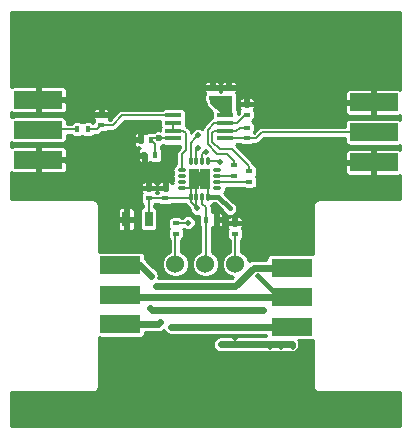
<source format=gtl>
G04 #@! TF.FileFunction,Copper,L1,Top,Signal*
%FSLAX46Y46*%
G04 Gerber Fmt 4.6, Leading zero omitted, Abs format (unit mm)*
G04 Created by KiCad (PCBNEW 4.0.2-stable) date Mon 06 Jun 2016 07:54:09 AM CEST*
%MOMM*%
G01*
G04 APERTURE LIST*
%ADD10C,0.050000*%
%ADD11C,0.500000*%
%ADD12C,1.250000*%
%ADD13R,4.064000X1.524000*%
%ADD14O,0.800000X0.300000*%
%ADD15O,0.300000X0.800000*%
%ADD16R,0.875000X0.875000*%
%ADD17R,1.450000X0.450000*%
%ADD18C,1.524000*%
%ADD19R,0.600000X0.400000*%
%ADD20R,3.500000X1.500000*%
%ADD21R,0.400000X0.600000*%
%ADD22R,0.700000X1.300000*%
%ADD23C,0.600000*%
%ADD24C,0.600000*%
%ADD25C,0.200000*%
%ADD26C,0.400000*%
%ADD27C,0.254000*%
G04 APERTURE END LIST*
D10*
D11*
X20800000Y-20200000D03*
X21800000Y-20200000D03*
X25650000Y-31400000D03*
X25650000Y-30100000D03*
X30450000Y-31500000D03*
X30600000Y-32600000D03*
X24950000Y-22350000D03*
X23950000Y-22350000D03*
X22950000Y-22350000D03*
X24500000Y-26450000D03*
D12*
X28800000Y-26800000D03*
D11*
X26850000Y-29400000D03*
X32700000Y-28950000D03*
X31850000Y-28050000D03*
X28550000Y-21400000D03*
X26550000Y-19950000D03*
X28550000Y-19950000D03*
X27550000Y-19950000D03*
X23900000Y-20200000D03*
X24900000Y-20200000D03*
X22900000Y-20200000D03*
X21500000Y-23850000D03*
X20500000Y-23850000D03*
X21500000Y-24850000D03*
X20500000Y-24850000D03*
X22500000Y-24850000D03*
X22500000Y-23850000D03*
X43100000Y-18500000D03*
X44100000Y-18500000D03*
X42100000Y-18500000D03*
X45100000Y-18500000D03*
X45050000Y-27050000D03*
X44050000Y-27050000D03*
X43050000Y-27050000D03*
X42050000Y-27050000D03*
X37500000Y-23850000D03*
X37500000Y-24850000D03*
X36500000Y-23850000D03*
X35500000Y-24850000D03*
X36500000Y-24850000D03*
X35500000Y-23850000D03*
X38500000Y-23850000D03*
X39500000Y-24850000D03*
X38500000Y-24850000D03*
X39500000Y-23850000D03*
X39500000Y-20750000D03*
X35500000Y-20750000D03*
X36500000Y-20750000D03*
X36500000Y-21750000D03*
X35500000Y-21750000D03*
X37500000Y-20750000D03*
X38500000Y-21750000D03*
X37500000Y-21750000D03*
X38500000Y-20750000D03*
X39500000Y-21750000D03*
X18250000Y-19600000D03*
X18250000Y-20600000D03*
X18250000Y-24700000D03*
X18250000Y-25700000D03*
X14650000Y-18600000D03*
X15650000Y-18600000D03*
X13650000Y-18600000D03*
X16650000Y-18600000D03*
X14650000Y-26700000D03*
X15650000Y-26700000D03*
X13650000Y-26700000D03*
X16650000Y-26700000D03*
X23900000Y-32200000D03*
X20900000Y-32200000D03*
X21900000Y-32200000D03*
X22900000Y-32200000D03*
X35750000Y-41050000D03*
X36750000Y-41050000D03*
X34750000Y-41050000D03*
X37750000Y-41050000D03*
X29900000Y-40800000D03*
X31800000Y-40300000D03*
X30900000Y-40800000D03*
D13*
X43550000Y-22850000D03*
X43550000Y-25390000D03*
X43550000Y-20310000D03*
D14*
X27300000Y-26050000D03*
X27300000Y-26550000D03*
X27300000Y-27050000D03*
X27300000Y-27550000D03*
D15*
X28050000Y-28300000D03*
X28550000Y-28300000D03*
X29050000Y-28300000D03*
X29550000Y-28300000D03*
D14*
X30300000Y-27550000D03*
X30300000Y-27050000D03*
X30300000Y-26550000D03*
X30300000Y-26050000D03*
D15*
X29550000Y-25300000D03*
X29050000Y-25300000D03*
X28550000Y-25300000D03*
X28050000Y-25300000D03*
D16*
X29237500Y-27237500D03*
X29237500Y-26362500D03*
X28362500Y-27237500D03*
X28362500Y-26362500D03*
D17*
X31000000Y-23375000D03*
X31000000Y-22725000D03*
X31000000Y-22075000D03*
X31000000Y-21425000D03*
X26600000Y-21425000D03*
X26600000Y-22075000D03*
X26600000Y-22725000D03*
X26600000Y-23375000D03*
D18*
X29300000Y-34000000D03*
X26760000Y-34000000D03*
X31840000Y-34000000D03*
D19*
X20500000Y-22250000D03*
X20500000Y-21350000D03*
X32800000Y-23350000D03*
X32800000Y-22450000D03*
X32800000Y-21350000D03*
X32800000Y-20450000D03*
X31700000Y-25650000D03*
X31700000Y-26550000D03*
X33000000Y-26150000D03*
X33000000Y-27050000D03*
X31800000Y-31450000D03*
X31800000Y-30550000D03*
X26800000Y-30550000D03*
X26800000Y-31450000D03*
D20*
X36600000Y-39300000D03*
X36600000Y-36800000D03*
X36600000Y-34300000D03*
X22100000Y-34100000D03*
X22100000Y-36600000D03*
X22100000Y-39100000D03*
D13*
X15150000Y-22650000D03*
X15150000Y-20110000D03*
X15150000Y-25190000D03*
D21*
X19350000Y-22600000D03*
X18450000Y-22600000D03*
D19*
X31300000Y-19950000D03*
X31300000Y-19050000D03*
D21*
X24700000Y-23500000D03*
X23800000Y-23500000D03*
D19*
X24500000Y-28450000D03*
X24500000Y-27550000D03*
X25900000Y-28450000D03*
X25900000Y-27550000D03*
D21*
X29350000Y-30250000D03*
X30250000Y-30250000D03*
X25050000Y-24800000D03*
X24150000Y-24800000D03*
D19*
X29900000Y-19950000D03*
X29900000Y-19050000D03*
D22*
X24500000Y-30200000D03*
X22600000Y-30200000D03*
D11*
X28702000Y-23114000D03*
X30545977Y-25350020D03*
X29327023Y-24492949D03*
X28650000Y-24200000D03*
D23*
X25350000Y-23375000D03*
D11*
X27850000Y-30500000D03*
X31000000Y-20650000D03*
X31400000Y-29300000D03*
X28600000Y-29300000D03*
X33789326Y-35050010D03*
X26399996Y-39300000D03*
X24700000Y-35000000D03*
X25500000Y-38900000D03*
X25100000Y-35900000D03*
X24600000Y-37700000D03*
X34200000Y-37900000D03*
D24*
X36600000Y-40800000D02*
X30600000Y-40800000D01*
D25*
X29350000Y-29700000D02*
X29350000Y-29550000D01*
X29350000Y-29550000D02*
X29350000Y-29200000D01*
X29350000Y-29750000D02*
X29350000Y-29550000D01*
X29350000Y-30250000D02*
X29350000Y-29750000D01*
X29050000Y-28900000D02*
X29050000Y-28300000D01*
X29350000Y-29200000D02*
X29050000Y-28900000D01*
X29350000Y-29700000D02*
X29350000Y-33950000D01*
X29350000Y-33950000D02*
X29300000Y-34000000D01*
X28452001Y-23363999D02*
X28702000Y-23114000D01*
X28050000Y-25300000D02*
X28050000Y-23766000D01*
X28050000Y-23766000D02*
X28452001Y-23363999D01*
X29550000Y-25300000D02*
X30495957Y-25300000D01*
X30495957Y-25300000D02*
X30545977Y-25350020D01*
X29257051Y-24492949D02*
X29327023Y-24492949D01*
X29050000Y-24700000D02*
X29257051Y-24492949D01*
X29050000Y-25300000D02*
X29050000Y-24700000D01*
X28550000Y-24300000D02*
X28650000Y-24200000D01*
X28550000Y-25300000D02*
X28550000Y-24300000D01*
X25350000Y-23375000D02*
X24825000Y-23375000D01*
X24825000Y-23375000D02*
X24700000Y-23500000D01*
X25050000Y-24800000D02*
X25050000Y-23850000D01*
X25050000Y-23850000D02*
X24700000Y-23500000D01*
X26600000Y-23375000D02*
X25350000Y-23375000D01*
X25350000Y-23375000D02*
X25175000Y-23375000D01*
X26800000Y-30550000D02*
X27800000Y-30550000D01*
X27800000Y-30550000D02*
X27850000Y-30500000D01*
D26*
X28800000Y-26800000D02*
X28362500Y-27237500D01*
D25*
X31000000Y-21425000D02*
X31000000Y-20650000D01*
X31000000Y-20650000D02*
X31000000Y-20250000D01*
D26*
X29237500Y-26362500D02*
X29237500Y-27237500D01*
X29650000Y-28300000D02*
X30400000Y-28300000D01*
X30400000Y-28300000D02*
X31400000Y-29300000D01*
D25*
X28050000Y-28300000D02*
X28050000Y-28750000D01*
X28050000Y-28750000D02*
X28600000Y-29300000D01*
X28550000Y-28300000D02*
X28550000Y-29250000D01*
X28550000Y-29250000D02*
X28600000Y-29300000D01*
X24500000Y-30200000D02*
X24500000Y-28450000D01*
D26*
X36600000Y-36800000D02*
X35539316Y-36800000D01*
X35539316Y-36800000D02*
X33789326Y-35050010D01*
D25*
X29550000Y-28300000D02*
X29550000Y-27550000D01*
X29550000Y-27550000D02*
X29237500Y-27237500D01*
X27300000Y-27550000D02*
X28050000Y-27550000D01*
X28050000Y-27550000D02*
X28362500Y-27237500D01*
X28550000Y-28300000D02*
X28550000Y-27425000D01*
X28550000Y-27425000D02*
X28362500Y-27237500D01*
X29237500Y-26362500D02*
X28362500Y-26362500D01*
X28362500Y-27237500D02*
X29237500Y-27237500D01*
X31000000Y-20250000D02*
X31300000Y-19950000D01*
X31300000Y-19950000D02*
X29900000Y-19950000D01*
X25900000Y-28450000D02*
X27900000Y-28450000D01*
X27900000Y-28450000D02*
X28050000Y-28300000D01*
X24500000Y-28450000D02*
X25900000Y-28450000D01*
X28050000Y-28300000D02*
X28050000Y-27550000D01*
D24*
X36600000Y-36800000D02*
X22300000Y-36800000D01*
X22300000Y-36800000D02*
X22100000Y-36600000D01*
D25*
X26600000Y-21425000D02*
X22275000Y-21425000D01*
X22275000Y-21425000D02*
X21450000Y-22250000D01*
X21450000Y-22250000D02*
X21000000Y-22250000D01*
X21000000Y-22250000D02*
X20500000Y-22250000D01*
X19350000Y-22600000D02*
X20150000Y-22600000D01*
X20150000Y-22600000D02*
X20500000Y-22250000D01*
X18450000Y-22600000D02*
X15200000Y-22600000D01*
X15200000Y-22600000D02*
X15150000Y-22650000D01*
D24*
X36600000Y-39300000D02*
X26399996Y-39300000D01*
X24700000Y-35000000D02*
X23800000Y-34100000D01*
X23800000Y-34100000D02*
X22100000Y-34100000D01*
X22100000Y-39100000D02*
X25300000Y-39100000D01*
X25300000Y-39100000D02*
X25500000Y-38900000D01*
X25453553Y-35900000D02*
X25100000Y-35900000D01*
X33407762Y-34300000D02*
X31807762Y-35900000D01*
X36600000Y-34300000D02*
X33407762Y-34300000D01*
X31807762Y-35900000D02*
X25453553Y-35900000D01*
X24600000Y-37700000D02*
X24800000Y-37900000D01*
X24800000Y-37900000D02*
X34200000Y-37900000D01*
D25*
X26760000Y-34000000D02*
X26760000Y-31490000D01*
X26760000Y-31490000D02*
X26800000Y-31450000D01*
X31840000Y-34000000D02*
X31840000Y-31490000D01*
X31840000Y-31490000D02*
X31800000Y-31450000D01*
X30533230Y-24300000D02*
X31550000Y-24300000D01*
X29906013Y-23672783D02*
X30533230Y-24300000D01*
X30075000Y-22725000D02*
X29906013Y-22893987D01*
X31000000Y-22725000D02*
X30075000Y-22725000D01*
X31550000Y-24300000D02*
X32900000Y-25650000D01*
X29906013Y-22893987D02*
X29906013Y-23672783D01*
X33000000Y-25750000D02*
X32900000Y-25650000D01*
X32900000Y-25650000D02*
X32300000Y-25050000D01*
X33000000Y-26150000D02*
X33000000Y-25750000D01*
X31000000Y-22725000D02*
X31925000Y-22725000D01*
X31925000Y-22725000D02*
X32200000Y-22450000D01*
X32200000Y-22450000D02*
X32800000Y-22450000D01*
X33000000Y-27050000D02*
X30300000Y-27050000D01*
X29506002Y-23876028D02*
X29506002Y-22643998D01*
X30329974Y-24700000D02*
X29506002Y-23876028D01*
X31150000Y-24700000D02*
X30329974Y-24700000D01*
X29506002Y-22643998D02*
X30075000Y-22075000D01*
X31700000Y-25650000D02*
X31700000Y-25250000D01*
X31700000Y-25250000D02*
X31150000Y-24700000D01*
X30075000Y-22075000D02*
X31000000Y-22075000D01*
X31000000Y-22075000D02*
X31975000Y-22075000D01*
X31975000Y-22075000D02*
X32700000Y-21350000D01*
X32700000Y-21350000D02*
X32800000Y-21350000D01*
X31700000Y-26550000D02*
X30300000Y-26550000D01*
X26600000Y-22725000D02*
X27440002Y-22725000D01*
X27649990Y-24350010D02*
X27300000Y-24700000D01*
X27440002Y-22725000D02*
X27649990Y-22934988D01*
X27649990Y-22934988D02*
X27649990Y-24350010D01*
X27300000Y-24700000D02*
X27300000Y-25700000D01*
X27300000Y-25700000D02*
X27300000Y-26050000D01*
X26600000Y-22725000D02*
X26600000Y-22075000D01*
X33600000Y-23350000D02*
X33300000Y-23350000D01*
X43550000Y-22850000D02*
X34100000Y-22850000D01*
X34100000Y-22850000D02*
X33600000Y-23350000D01*
X31000000Y-23375000D02*
X32775000Y-23375000D01*
X32775000Y-23375000D02*
X32800000Y-23350000D01*
X33300000Y-23350000D02*
X32800000Y-23350000D01*
G36*
X31500000Y-21500000D02*
X30941422Y-21500000D01*
X29800000Y-20358578D01*
X29800000Y-19900000D01*
X31500000Y-19900000D01*
X31500000Y-21500000D01*
X31500000Y-21500000D01*
G37*
X31500000Y-21500000D02*
X30941422Y-21500000D01*
X29800000Y-20358578D01*
X29800000Y-19900000D01*
X31500000Y-19900000D01*
X31500000Y-21500000D01*
D27*
G36*
X25921285Y-39778711D02*
X26140919Y-39925466D01*
X26399996Y-39977000D01*
X34465615Y-39977000D01*
X34465615Y-40050000D01*
X34479351Y-40123000D01*
X30600000Y-40123000D01*
X30340923Y-40174534D01*
X30121289Y-40321289D01*
X29974534Y-40540923D01*
X29923000Y-40800000D01*
X29974534Y-41059077D01*
X30121289Y-41278711D01*
X30340923Y-41425466D01*
X30600000Y-41477000D01*
X36600000Y-41477000D01*
X36859077Y-41425466D01*
X37078711Y-41278711D01*
X37225466Y-41059077D01*
X37277000Y-40800000D01*
X37225466Y-40540923D01*
X37154279Y-40434385D01*
X38350000Y-40434385D01*
X38423000Y-40420649D01*
X38423000Y-44400000D01*
X38459309Y-44582540D01*
X38562710Y-44737290D01*
X38717460Y-44840691D01*
X38900000Y-44877000D01*
X45823000Y-44877000D01*
X45823000Y-47723000D01*
X12877000Y-47723000D01*
X12877000Y-44877000D01*
X19800000Y-44877000D01*
X19982540Y-44840691D01*
X20137290Y-44737290D01*
X20240691Y-44582540D01*
X20277000Y-44400000D01*
X20277000Y-40219602D01*
X20350000Y-40234385D01*
X23850000Y-40234385D01*
X23989708Y-40208097D01*
X24118020Y-40125530D01*
X24204101Y-39999547D01*
X24234385Y-39850000D01*
X24234385Y-39777000D01*
X25300000Y-39777000D01*
X25559077Y-39725466D01*
X25778711Y-39578711D01*
X25784069Y-39573353D01*
X25921285Y-39778711D01*
X25921285Y-39778711D01*
G37*
X25921285Y-39778711D02*
X26140919Y-39925466D01*
X26399996Y-39977000D01*
X34465615Y-39977000D01*
X34465615Y-40050000D01*
X34479351Y-40123000D01*
X30600000Y-40123000D01*
X30340923Y-40174534D01*
X30121289Y-40321289D01*
X29974534Y-40540923D01*
X29923000Y-40800000D01*
X29974534Y-41059077D01*
X30121289Y-41278711D01*
X30340923Y-41425466D01*
X30600000Y-41477000D01*
X36600000Y-41477000D01*
X36859077Y-41425466D01*
X37078711Y-41278711D01*
X37225466Y-41059077D01*
X37277000Y-40800000D01*
X37225466Y-40540923D01*
X37154279Y-40434385D01*
X38350000Y-40434385D01*
X38423000Y-40420649D01*
X38423000Y-44400000D01*
X38459309Y-44582540D01*
X38562710Y-44737290D01*
X38717460Y-44840691D01*
X38900000Y-44877000D01*
X45823000Y-44877000D01*
X45823000Y-47723000D01*
X12877000Y-47723000D01*
X12877000Y-44877000D01*
X19800000Y-44877000D01*
X19982540Y-44840691D01*
X20137290Y-44737290D01*
X20240691Y-44582540D01*
X20277000Y-44400000D01*
X20277000Y-40219602D01*
X20350000Y-40234385D01*
X23850000Y-40234385D01*
X23989708Y-40208097D01*
X24118020Y-40125530D01*
X24204101Y-39999547D01*
X24234385Y-39850000D01*
X24234385Y-39777000D01*
X25300000Y-39777000D01*
X25559077Y-39725466D01*
X25778711Y-39578711D01*
X25784069Y-39573353D01*
X25921285Y-39778711D01*
G36*
X25490615Y-22300000D02*
X25510122Y-22403671D01*
X25490615Y-22500000D01*
X25490615Y-22700344D01*
X25485254Y-22698118D01*
X25215927Y-22697883D01*
X24967011Y-22800733D01*
X24943316Y-22824387D01*
X24900000Y-22815615D01*
X24500000Y-22815615D01*
X24360292Y-22841903D01*
X24247586Y-22914428D01*
X24213553Y-22880395D01*
X24074990Y-22823000D01*
X23994250Y-22823000D01*
X23900000Y-22917250D01*
X23900000Y-23373000D01*
X23947000Y-23373000D01*
X23947000Y-23627000D01*
X23900000Y-23627000D01*
X23900000Y-23647000D01*
X23700000Y-23647000D01*
X23700000Y-23627000D01*
X23317250Y-23627000D01*
X23223000Y-23721250D01*
X23223000Y-23874990D01*
X23280395Y-24013553D01*
X23386447Y-24119605D01*
X23525010Y-24177000D01*
X23605750Y-24177000D01*
X23672998Y-24109752D01*
X23672998Y-24177000D01*
X23744643Y-24177000D01*
X23736447Y-24180395D01*
X23630395Y-24286447D01*
X23573000Y-24425010D01*
X23573000Y-24578750D01*
X23667250Y-24673000D01*
X24050000Y-24673000D01*
X24050000Y-24653000D01*
X24250000Y-24653000D01*
X24250000Y-24673000D01*
X24297000Y-24673000D01*
X24297000Y-24927000D01*
X24250000Y-24927000D01*
X24250000Y-25382750D01*
X24344250Y-25477000D01*
X24424990Y-25477000D01*
X24563553Y-25419605D01*
X24598630Y-25384528D01*
X24700453Y-25454101D01*
X24850000Y-25484385D01*
X25250000Y-25484385D01*
X25389708Y-25458097D01*
X25518020Y-25375530D01*
X25604101Y-25249547D01*
X25634385Y-25100000D01*
X25634385Y-24500000D01*
X25608097Y-24360292D01*
X25527000Y-24234264D01*
X25527000Y-24034380D01*
X25723884Y-23953029D01*
X25725453Y-23954101D01*
X25875000Y-23984385D01*
X27172990Y-23984385D01*
X27172990Y-24152430D01*
X26962710Y-24362710D01*
X26859309Y-24517460D01*
X26823000Y-24700000D01*
X26823000Y-25569866D01*
X26662133Y-25677355D01*
X26547893Y-25848326D01*
X26507778Y-26050000D01*
X26547893Y-26251674D01*
X26580184Y-26300000D01*
X26547893Y-26348326D01*
X26507778Y-26550000D01*
X26547893Y-26751674D01*
X26580184Y-26800000D01*
X26547893Y-26848326D01*
X26507778Y-27050000D01*
X26529933Y-27161380D01*
X26519605Y-27136447D01*
X26413553Y-27030395D01*
X26274990Y-26973000D01*
X26121250Y-26973000D01*
X26027000Y-27067250D01*
X26027000Y-27450000D01*
X26047000Y-27450000D01*
X26047000Y-27650000D01*
X26027000Y-27650000D01*
X26027000Y-27697000D01*
X25773000Y-27697000D01*
X25773000Y-27650000D01*
X25317250Y-27650000D01*
X25223000Y-27744250D01*
X25223000Y-27824990D01*
X25280395Y-27963553D01*
X25289842Y-27973000D01*
X25110158Y-27973000D01*
X25119605Y-27963553D01*
X25177000Y-27824990D01*
X25177000Y-27744250D01*
X25082750Y-27650000D01*
X24627000Y-27650000D01*
X24627000Y-27697000D01*
X24373000Y-27697000D01*
X24373000Y-27650000D01*
X23917250Y-27650000D01*
X23823000Y-27744250D01*
X23823000Y-27824990D01*
X23880395Y-27963553D01*
X23915472Y-27998630D01*
X23845899Y-28100453D01*
X23815615Y-28250000D01*
X23815615Y-28650000D01*
X23841903Y-28789708D01*
X23924470Y-28918020D01*
X24023000Y-28985343D01*
X24023000Y-29189512D01*
X24010292Y-29191903D01*
X23881980Y-29274470D01*
X23795899Y-29400453D01*
X23765615Y-29550000D01*
X23765615Y-30850000D01*
X23791903Y-30989708D01*
X23874470Y-31118020D01*
X24000453Y-31204101D01*
X24150000Y-31234385D01*
X24850000Y-31234385D01*
X24989708Y-31208097D01*
X25118020Y-31125530D01*
X25204101Y-30999547D01*
X25234385Y-30850000D01*
X25234385Y-29550000D01*
X25208097Y-29410292D01*
X25125530Y-29281980D01*
X24999547Y-29195899D01*
X24977000Y-29191333D01*
X24977000Y-28984100D01*
X25065736Y-28927000D01*
X25337613Y-28927000D01*
X25450453Y-29004101D01*
X25600000Y-29034385D01*
X26200000Y-29034385D01*
X26339708Y-29008097D01*
X26465736Y-28927000D01*
X27608207Y-28927000D01*
X27609309Y-28932540D01*
X27712710Y-29087290D01*
X27972958Y-29347538D01*
X27972891Y-29424171D01*
X28068145Y-29654703D01*
X28244369Y-29831235D01*
X28474735Y-29926891D01*
X28724171Y-29927109D01*
X28774458Y-29906331D01*
X28765615Y-29950000D01*
X28765615Y-30550000D01*
X28791903Y-30689708D01*
X28873000Y-30815736D01*
X28873000Y-32944033D01*
X28655651Y-33033840D01*
X28334966Y-33353966D01*
X28161198Y-33772445D01*
X28160803Y-34225567D01*
X28333840Y-34644349D01*
X28653966Y-34965034D01*
X29072445Y-35138802D01*
X29525567Y-35139197D01*
X29944349Y-34966160D01*
X30265034Y-34646034D01*
X30438802Y-34227555D01*
X30439197Y-33774433D01*
X30266160Y-33355651D01*
X29946034Y-33034966D01*
X29827000Y-32985539D01*
X29827000Y-30860158D01*
X29836447Y-30869605D01*
X29975010Y-30927000D01*
X30055750Y-30927000D01*
X30150000Y-30832750D01*
X30150000Y-30377000D01*
X30350000Y-30377000D01*
X30350000Y-30832750D01*
X30444250Y-30927000D01*
X30524990Y-30927000D01*
X30663553Y-30869605D01*
X30769605Y-30763553D01*
X30827000Y-30624990D01*
X30827000Y-30471250D01*
X30732750Y-30377000D01*
X30350000Y-30377000D01*
X30150000Y-30377000D01*
X30103000Y-30377000D01*
X30103000Y-30275010D01*
X31123000Y-30275010D01*
X31123000Y-30355750D01*
X31217250Y-30450000D01*
X31673000Y-30450000D01*
X31673000Y-30067250D01*
X31927000Y-30067250D01*
X31927000Y-30450000D01*
X32382750Y-30450000D01*
X32477000Y-30355750D01*
X32477000Y-30275010D01*
X32419605Y-30136447D01*
X32313553Y-30030395D01*
X32174990Y-29973000D01*
X32021250Y-29973000D01*
X31927000Y-30067250D01*
X31673000Y-30067250D01*
X31578750Y-29973000D01*
X31425010Y-29973000D01*
X31286447Y-30030395D01*
X31180395Y-30136447D01*
X31123000Y-30275010D01*
X30103000Y-30275010D01*
X30103000Y-30123000D01*
X30150000Y-30123000D01*
X30150000Y-29667250D01*
X30350000Y-29667250D01*
X30350000Y-30123000D01*
X30732750Y-30123000D01*
X30827000Y-30028750D01*
X30827000Y-29875010D01*
X30769605Y-29736447D01*
X30663553Y-29630395D01*
X30524990Y-29573000D01*
X30444250Y-29573000D01*
X30350000Y-29667250D01*
X30150000Y-29667250D01*
X30055750Y-29573000D01*
X29975010Y-29573000D01*
X29836447Y-29630395D01*
X29827000Y-29639842D01*
X29827000Y-29200000D01*
X29792197Y-29025030D01*
X29922645Y-28937867D01*
X29963315Y-28877000D01*
X30160998Y-28877000D01*
X30818463Y-29534465D01*
X30868145Y-29654703D01*
X31044369Y-29831235D01*
X31274735Y-29926891D01*
X31524171Y-29927109D01*
X31754703Y-29831855D01*
X31931235Y-29655631D01*
X32026891Y-29425265D01*
X32027109Y-29175829D01*
X31931855Y-28945297D01*
X31755631Y-28768765D01*
X31634446Y-28718445D01*
X30878389Y-27962387D01*
X30937867Y-27922645D01*
X31052107Y-27751674D01*
X31092222Y-27550000D01*
X31087647Y-27527000D01*
X32437613Y-27527000D01*
X32550453Y-27604101D01*
X32700000Y-27634385D01*
X33300000Y-27634385D01*
X33439708Y-27608097D01*
X33568020Y-27525530D01*
X33654101Y-27399547D01*
X33684385Y-27250000D01*
X33684385Y-26850000D01*
X33658097Y-26710292D01*
X33586320Y-26598748D01*
X33654101Y-26499547D01*
X33684385Y-26350000D01*
X33684385Y-25950000D01*
X33658097Y-25810292D01*
X33575530Y-25681980D01*
X33472014Y-25611250D01*
X41141000Y-25611250D01*
X41141000Y-26226990D01*
X41198395Y-26365553D01*
X41304447Y-26471605D01*
X41443010Y-26529000D01*
X43328750Y-26529000D01*
X43423000Y-26434750D01*
X43423000Y-25517000D01*
X41235250Y-25517000D01*
X41141000Y-25611250D01*
X33472014Y-25611250D01*
X33449547Y-25595899D01*
X33446214Y-25595224D01*
X33440691Y-25567459D01*
X33337290Y-25412710D01*
X32477590Y-24553010D01*
X41141000Y-24553010D01*
X41141000Y-25168750D01*
X41235250Y-25263000D01*
X43423000Y-25263000D01*
X43423000Y-24345250D01*
X43328750Y-24251000D01*
X41443010Y-24251000D01*
X41304447Y-24308395D01*
X41198395Y-24414447D01*
X41141000Y-24553010D01*
X32477590Y-24553010D01*
X31887290Y-23962710D01*
X31872695Y-23952958D01*
X31993020Y-23875530D01*
X32009097Y-23852000D01*
X32274201Y-23852000D01*
X32350453Y-23904101D01*
X32500000Y-23934385D01*
X33100000Y-23934385D01*
X33239708Y-23908097D01*
X33365736Y-23827000D01*
X33600000Y-23827000D01*
X33782540Y-23790691D01*
X33937290Y-23687290D01*
X34297580Y-23327000D01*
X41133615Y-23327000D01*
X41133615Y-23612000D01*
X41159903Y-23751708D01*
X41242470Y-23880020D01*
X41368453Y-23966101D01*
X41518000Y-23996385D01*
X45582000Y-23996385D01*
X45721708Y-23970097D01*
X45823000Y-23904917D01*
X45823000Y-24335842D01*
X45795553Y-24308395D01*
X45656990Y-24251000D01*
X43771250Y-24251000D01*
X43677000Y-24345250D01*
X43677000Y-25263000D01*
X43697000Y-25263000D01*
X43697000Y-25517000D01*
X43677000Y-25517000D01*
X43677000Y-26434750D01*
X43771250Y-26529000D01*
X45656990Y-26529000D01*
X45795553Y-26471605D01*
X45823000Y-26444158D01*
X45823000Y-28523000D01*
X38900000Y-28523000D01*
X38717460Y-28559309D01*
X38562710Y-28662710D01*
X38459309Y-28817460D01*
X38423000Y-29000000D01*
X38423000Y-33180398D01*
X38350000Y-33165615D01*
X34850000Y-33165615D01*
X34710292Y-33191903D01*
X34581980Y-33274470D01*
X34495899Y-33400453D01*
X34465615Y-33550000D01*
X34465615Y-33623000D01*
X33407762Y-33623000D01*
X33148686Y-33674533D01*
X32979185Y-33787789D01*
X32979197Y-33774433D01*
X32806160Y-33355651D01*
X32486034Y-33034966D01*
X32317000Y-32964777D01*
X32317000Y-31958361D01*
X32368020Y-31925530D01*
X32454101Y-31799547D01*
X32484385Y-31650000D01*
X32484385Y-31250000D01*
X32458097Y-31110292D01*
X32385572Y-30997586D01*
X32419605Y-30963553D01*
X32477000Y-30824990D01*
X32477000Y-30744250D01*
X32382750Y-30650000D01*
X31927000Y-30650000D01*
X31927000Y-30697000D01*
X31673000Y-30697000D01*
X31673000Y-30650000D01*
X31217250Y-30650000D01*
X31123000Y-30744250D01*
X31123000Y-30824990D01*
X31180395Y-30963553D01*
X31215472Y-30998630D01*
X31145899Y-31100453D01*
X31115615Y-31250000D01*
X31115615Y-31650000D01*
X31141903Y-31789708D01*
X31224470Y-31918020D01*
X31350453Y-32004101D01*
X31363000Y-32006642D01*
X31363000Y-32964693D01*
X31195651Y-33033840D01*
X30874966Y-33353966D01*
X30701198Y-33772445D01*
X30700803Y-34225567D01*
X30873840Y-34644349D01*
X31193966Y-34965034D01*
X31611804Y-35138536D01*
X31527340Y-35223000D01*
X25332642Y-35223000D01*
X25376999Y-35000000D01*
X25325466Y-34740924D01*
X25178711Y-34521289D01*
X24882989Y-34225567D01*
X25620803Y-34225567D01*
X25793840Y-34644349D01*
X26113966Y-34965034D01*
X26532445Y-35138802D01*
X26985567Y-35139197D01*
X27404349Y-34966160D01*
X27725034Y-34646034D01*
X27898802Y-34227555D01*
X27899197Y-33774433D01*
X27726160Y-33355651D01*
X27406034Y-33034966D01*
X27237000Y-32964777D01*
X27237000Y-32008607D01*
X27239708Y-32008097D01*
X27368020Y-31925530D01*
X27454101Y-31799547D01*
X27484385Y-31650000D01*
X27484385Y-31250000D01*
X27458097Y-31110292D01*
X27404500Y-31027000D01*
X27490141Y-31027000D01*
X27494369Y-31031235D01*
X27724735Y-31126891D01*
X27974171Y-31127109D01*
X28204703Y-31031855D01*
X28381235Y-30855631D01*
X28476891Y-30625265D01*
X28477109Y-30375829D01*
X28381855Y-30145297D01*
X28205631Y-29968765D01*
X27975265Y-29873109D01*
X27725829Y-29872891D01*
X27495297Y-29968145D01*
X27390259Y-30073000D01*
X27362387Y-30073000D01*
X27249547Y-29995899D01*
X27100000Y-29965615D01*
X26500000Y-29965615D01*
X26360292Y-29991903D01*
X26231980Y-30074470D01*
X26145899Y-30200453D01*
X26115615Y-30350000D01*
X26115615Y-30750000D01*
X26141903Y-30889708D01*
X26213680Y-31001252D01*
X26145899Y-31100453D01*
X26115615Y-31250000D01*
X26115615Y-31650000D01*
X26141903Y-31789708D01*
X26224470Y-31918020D01*
X26283000Y-31958012D01*
X26283000Y-32964693D01*
X26115651Y-33033840D01*
X25794966Y-33353966D01*
X25621198Y-33772445D01*
X25620803Y-34225567D01*
X24882989Y-34225567D01*
X24278711Y-33621289D01*
X24265872Y-33612710D01*
X24234385Y-33591671D01*
X24234385Y-33350000D01*
X24208097Y-33210292D01*
X24125530Y-33081980D01*
X23999547Y-32995899D01*
X23850000Y-32965615D01*
X20350000Y-32965615D01*
X20277000Y-32979351D01*
X20277000Y-30421250D01*
X21873000Y-30421250D01*
X21873000Y-30924990D01*
X21930395Y-31063553D01*
X22036447Y-31169605D01*
X22175010Y-31227000D01*
X22378750Y-31227000D01*
X22473000Y-31132750D01*
X22473000Y-30327000D01*
X22727000Y-30327000D01*
X22727000Y-31132750D01*
X22821250Y-31227000D01*
X23024990Y-31227000D01*
X23163553Y-31169605D01*
X23269605Y-31063553D01*
X23327000Y-30924990D01*
X23327000Y-30421250D01*
X23232750Y-30327000D01*
X22727000Y-30327000D01*
X22473000Y-30327000D01*
X21967250Y-30327000D01*
X21873000Y-30421250D01*
X20277000Y-30421250D01*
X20277000Y-29475010D01*
X21873000Y-29475010D01*
X21873000Y-29978750D01*
X21967250Y-30073000D01*
X22473000Y-30073000D01*
X22473000Y-29267250D01*
X22727000Y-29267250D01*
X22727000Y-30073000D01*
X23232750Y-30073000D01*
X23327000Y-29978750D01*
X23327000Y-29475010D01*
X23269605Y-29336447D01*
X23163553Y-29230395D01*
X23024990Y-29173000D01*
X22821250Y-29173000D01*
X22727000Y-29267250D01*
X22473000Y-29267250D01*
X22378750Y-29173000D01*
X22175010Y-29173000D01*
X22036447Y-29230395D01*
X21930395Y-29336447D01*
X21873000Y-29475010D01*
X20277000Y-29475010D01*
X20277000Y-29000000D01*
X20240691Y-28817460D01*
X20137290Y-28662710D01*
X19982540Y-28559309D01*
X19800000Y-28523000D01*
X12877000Y-28523000D01*
X12877000Y-27275010D01*
X23823000Y-27275010D01*
X23823000Y-27355750D01*
X23917250Y-27450000D01*
X24373000Y-27450000D01*
X24373000Y-27067250D01*
X24627000Y-27067250D01*
X24627000Y-27450000D01*
X25082750Y-27450000D01*
X25177000Y-27355750D01*
X25177000Y-27275010D01*
X25223000Y-27275010D01*
X25223000Y-27355750D01*
X25317250Y-27450000D01*
X25773000Y-27450000D01*
X25773000Y-27067250D01*
X25678750Y-26973000D01*
X25525010Y-26973000D01*
X25386447Y-27030395D01*
X25280395Y-27136447D01*
X25223000Y-27275010D01*
X25177000Y-27275010D01*
X25119605Y-27136447D01*
X25013553Y-27030395D01*
X24874990Y-26973000D01*
X24721250Y-26973000D01*
X24627000Y-27067250D01*
X24373000Y-27067250D01*
X24278750Y-26973000D01*
X24125010Y-26973000D01*
X23986447Y-27030395D01*
X23880395Y-27136447D01*
X23823000Y-27275010D01*
X12877000Y-27275010D01*
X12877000Y-26244158D01*
X12904447Y-26271605D01*
X13043010Y-26329000D01*
X14928750Y-26329000D01*
X15023000Y-26234750D01*
X15023000Y-25317000D01*
X15277000Y-25317000D01*
X15277000Y-26234750D01*
X15371250Y-26329000D01*
X17256990Y-26329000D01*
X17395553Y-26271605D01*
X17501605Y-26165553D01*
X17559000Y-26026990D01*
X17559000Y-25411250D01*
X17464750Y-25317000D01*
X15277000Y-25317000D01*
X15023000Y-25317000D01*
X15003000Y-25317000D01*
X15003000Y-25063000D01*
X15023000Y-25063000D01*
X15023000Y-24145250D01*
X15277000Y-24145250D01*
X15277000Y-25063000D01*
X17464750Y-25063000D01*
X17506500Y-25021250D01*
X23573000Y-25021250D01*
X23573000Y-25174990D01*
X23630395Y-25313553D01*
X23736447Y-25419605D01*
X23875010Y-25477000D01*
X23955750Y-25477000D01*
X24050000Y-25382750D01*
X24050000Y-24927000D01*
X23667250Y-24927000D01*
X23573000Y-25021250D01*
X17506500Y-25021250D01*
X17559000Y-24968750D01*
X17559000Y-24353010D01*
X17501605Y-24214447D01*
X17395553Y-24108395D01*
X17256990Y-24051000D01*
X15371250Y-24051000D01*
X15277000Y-24145250D01*
X15023000Y-24145250D01*
X14928750Y-24051000D01*
X13043010Y-24051000D01*
X12904447Y-24108395D01*
X12877000Y-24135842D01*
X12877000Y-23703613D01*
X12968453Y-23766101D01*
X13118000Y-23796385D01*
X17182000Y-23796385D01*
X17321708Y-23770097D01*
X17450020Y-23687530D01*
X17536101Y-23561547D01*
X17566385Y-23412000D01*
X17566385Y-23077000D01*
X17915900Y-23077000D01*
X17974470Y-23168020D01*
X18100453Y-23254101D01*
X18250000Y-23284385D01*
X18650000Y-23284385D01*
X18789708Y-23258097D01*
X18901252Y-23186320D01*
X19000453Y-23254101D01*
X19150000Y-23284385D01*
X19550000Y-23284385D01*
X19689708Y-23258097D01*
X19818020Y-23175530D01*
X19852539Y-23125010D01*
X23223000Y-23125010D01*
X23223000Y-23278750D01*
X23317250Y-23373000D01*
X23700000Y-23373000D01*
X23700000Y-22917250D01*
X23605750Y-22823000D01*
X23525010Y-22823000D01*
X23386447Y-22880395D01*
X23280395Y-22986447D01*
X23223000Y-23125010D01*
X19852539Y-23125010D01*
X19885343Y-23077000D01*
X20150000Y-23077000D01*
X20332540Y-23040691D01*
X20487290Y-22937290D01*
X20590195Y-22834385D01*
X20800000Y-22834385D01*
X20939708Y-22808097D01*
X21065736Y-22727000D01*
X21450000Y-22727000D01*
X21632540Y-22690691D01*
X21787290Y-22587290D01*
X22472580Y-21902000D01*
X25490615Y-21902000D01*
X25490615Y-22300000D01*
X25490615Y-22300000D01*
G37*
X25490615Y-22300000D02*
X25510122Y-22403671D01*
X25490615Y-22500000D01*
X25490615Y-22700344D01*
X25485254Y-22698118D01*
X25215927Y-22697883D01*
X24967011Y-22800733D01*
X24943316Y-22824387D01*
X24900000Y-22815615D01*
X24500000Y-22815615D01*
X24360292Y-22841903D01*
X24247586Y-22914428D01*
X24213553Y-22880395D01*
X24074990Y-22823000D01*
X23994250Y-22823000D01*
X23900000Y-22917250D01*
X23900000Y-23373000D01*
X23947000Y-23373000D01*
X23947000Y-23627000D01*
X23900000Y-23627000D01*
X23900000Y-23647000D01*
X23700000Y-23647000D01*
X23700000Y-23627000D01*
X23317250Y-23627000D01*
X23223000Y-23721250D01*
X23223000Y-23874990D01*
X23280395Y-24013553D01*
X23386447Y-24119605D01*
X23525010Y-24177000D01*
X23605750Y-24177000D01*
X23672998Y-24109752D01*
X23672998Y-24177000D01*
X23744643Y-24177000D01*
X23736447Y-24180395D01*
X23630395Y-24286447D01*
X23573000Y-24425010D01*
X23573000Y-24578750D01*
X23667250Y-24673000D01*
X24050000Y-24673000D01*
X24050000Y-24653000D01*
X24250000Y-24653000D01*
X24250000Y-24673000D01*
X24297000Y-24673000D01*
X24297000Y-24927000D01*
X24250000Y-24927000D01*
X24250000Y-25382750D01*
X24344250Y-25477000D01*
X24424990Y-25477000D01*
X24563553Y-25419605D01*
X24598630Y-25384528D01*
X24700453Y-25454101D01*
X24850000Y-25484385D01*
X25250000Y-25484385D01*
X25389708Y-25458097D01*
X25518020Y-25375530D01*
X25604101Y-25249547D01*
X25634385Y-25100000D01*
X25634385Y-24500000D01*
X25608097Y-24360292D01*
X25527000Y-24234264D01*
X25527000Y-24034380D01*
X25723884Y-23953029D01*
X25725453Y-23954101D01*
X25875000Y-23984385D01*
X27172990Y-23984385D01*
X27172990Y-24152430D01*
X26962710Y-24362710D01*
X26859309Y-24517460D01*
X26823000Y-24700000D01*
X26823000Y-25569866D01*
X26662133Y-25677355D01*
X26547893Y-25848326D01*
X26507778Y-26050000D01*
X26547893Y-26251674D01*
X26580184Y-26300000D01*
X26547893Y-26348326D01*
X26507778Y-26550000D01*
X26547893Y-26751674D01*
X26580184Y-26800000D01*
X26547893Y-26848326D01*
X26507778Y-27050000D01*
X26529933Y-27161380D01*
X26519605Y-27136447D01*
X26413553Y-27030395D01*
X26274990Y-26973000D01*
X26121250Y-26973000D01*
X26027000Y-27067250D01*
X26027000Y-27450000D01*
X26047000Y-27450000D01*
X26047000Y-27650000D01*
X26027000Y-27650000D01*
X26027000Y-27697000D01*
X25773000Y-27697000D01*
X25773000Y-27650000D01*
X25317250Y-27650000D01*
X25223000Y-27744250D01*
X25223000Y-27824990D01*
X25280395Y-27963553D01*
X25289842Y-27973000D01*
X25110158Y-27973000D01*
X25119605Y-27963553D01*
X25177000Y-27824990D01*
X25177000Y-27744250D01*
X25082750Y-27650000D01*
X24627000Y-27650000D01*
X24627000Y-27697000D01*
X24373000Y-27697000D01*
X24373000Y-27650000D01*
X23917250Y-27650000D01*
X23823000Y-27744250D01*
X23823000Y-27824990D01*
X23880395Y-27963553D01*
X23915472Y-27998630D01*
X23845899Y-28100453D01*
X23815615Y-28250000D01*
X23815615Y-28650000D01*
X23841903Y-28789708D01*
X23924470Y-28918020D01*
X24023000Y-28985343D01*
X24023000Y-29189512D01*
X24010292Y-29191903D01*
X23881980Y-29274470D01*
X23795899Y-29400453D01*
X23765615Y-29550000D01*
X23765615Y-30850000D01*
X23791903Y-30989708D01*
X23874470Y-31118020D01*
X24000453Y-31204101D01*
X24150000Y-31234385D01*
X24850000Y-31234385D01*
X24989708Y-31208097D01*
X25118020Y-31125530D01*
X25204101Y-30999547D01*
X25234385Y-30850000D01*
X25234385Y-29550000D01*
X25208097Y-29410292D01*
X25125530Y-29281980D01*
X24999547Y-29195899D01*
X24977000Y-29191333D01*
X24977000Y-28984100D01*
X25065736Y-28927000D01*
X25337613Y-28927000D01*
X25450453Y-29004101D01*
X25600000Y-29034385D01*
X26200000Y-29034385D01*
X26339708Y-29008097D01*
X26465736Y-28927000D01*
X27608207Y-28927000D01*
X27609309Y-28932540D01*
X27712710Y-29087290D01*
X27972958Y-29347538D01*
X27972891Y-29424171D01*
X28068145Y-29654703D01*
X28244369Y-29831235D01*
X28474735Y-29926891D01*
X28724171Y-29927109D01*
X28774458Y-29906331D01*
X28765615Y-29950000D01*
X28765615Y-30550000D01*
X28791903Y-30689708D01*
X28873000Y-30815736D01*
X28873000Y-32944033D01*
X28655651Y-33033840D01*
X28334966Y-33353966D01*
X28161198Y-33772445D01*
X28160803Y-34225567D01*
X28333840Y-34644349D01*
X28653966Y-34965034D01*
X29072445Y-35138802D01*
X29525567Y-35139197D01*
X29944349Y-34966160D01*
X30265034Y-34646034D01*
X30438802Y-34227555D01*
X30439197Y-33774433D01*
X30266160Y-33355651D01*
X29946034Y-33034966D01*
X29827000Y-32985539D01*
X29827000Y-30860158D01*
X29836447Y-30869605D01*
X29975010Y-30927000D01*
X30055750Y-30927000D01*
X30150000Y-30832750D01*
X30150000Y-30377000D01*
X30350000Y-30377000D01*
X30350000Y-30832750D01*
X30444250Y-30927000D01*
X30524990Y-30927000D01*
X30663553Y-30869605D01*
X30769605Y-30763553D01*
X30827000Y-30624990D01*
X30827000Y-30471250D01*
X30732750Y-30377000D01*
X30350000Y-30377000D01*
X30150000Y-30377000D01*
X30103000Y-30377000D01*
X30103000Y-30275010D01*
X31123000Y-30275010D01*
X31123000Y-30355750D01*
X31217250Y-30450000D01*
X31673000Y-30450000D01*
X31673000Y-30067250D01*
X31927000Y-30067250D01*
X31927000Y-30450000D01*
X32382750Y-30450000D01*
X32477000Y-30355750D01*
X32477000Y-30275010D01*
X32419605Y-30136447D01*
X32313553Y-30030395D01*
X32174990Y-29973000D01*
X32021250Y-29973000D01*
X31927000Y-30067250D01*
X31673000Y-30067250D01*
X31578750Y-29973000D01*
X31425010Y-29973000D01*
X31286447Y-30030395D01*
X31180395Y-30136447D01*
X31123000Y-30275010D01*
X30103000Y-30275010D01*
X30103000Y-30123000D01*
X30150000Y-30123000D01*
X30150000Y-29667250D01*
X30350000Y-29667250D01*
X30350000Y-30123000D01*
X30732750Y-30123000D01*
X30827000Y-30028750D01*
X30827000Y-29875010D01*
X30769605Y-29736447D01*
X30663553Y-29630395D01*
X30524990Y-29573000D01*
X30444250Y-29573000D01*
X30350000Y-29667250D01*
X30150000Y-29667250D01*
X30055750Y-29573000D01*
X29975010Y-29573000D01*
X29836447Y-29630395D01*
X29827000Y-29639842D01*
X29827000Y-29200000D01*
X29792197Y-29025030D01*
X29922645Y-28937867D01*
X29963315Y-28877000D01*
X30160998Y-28877000D01*
X30818463Y-29534465D01*
X30868145Y-29654703D01*
X31044369Y-29831235D01*
X31274735Y-29926891D01*
X31524171Y-29927109D01*
X31754703Y-29831855D01*
X31931235Y-29655631D01*
X32026891Y-29425265D01*
X32027109Y-29175829D01*
X31931855Y-28945297D01*
X31755631Y-28768765D01*
X31634446Y-28718445D01*
X30878389Y-27962387D01*
X30937867Y-27922645D01*
X31052107Y-27751674D01*
X31092222Y-27550000D01*
X31087647Y-27527000D01*
X32437613Y-27527000D01*
X32550453Y-27604101D01*
X32700000Y-27634385D01*
X33300000Y-27634385D01*
X33439708Y-27608097D01*
X33568020Y-27525530D01*
X33654101Y-27399547D01*
X33684385Y-27250000D01*
X33684385Y-26850000D01*
X33658097Y-26710292D01*
X33586320Y-26598748D01*
X33654101Y-26499547D01*
X33684385Y-26350000D01*
X33684385Y-25950000D01*
X33658097Y-25810292D01*
X33575530Y-25681980D01*
X33472014Y-25611250D01*
X41141000Y-25611250D01*
X41141000Y-26226990D01*
X41198395Y-26365553D01*
X41304447Y-26471605D01*
X41443010Y-26529000D01*
X43328750Y-26529000D01*
X43423000Y-26434750D01*
X43423000Y-25517000D01*
X41235250Y-25517000D01*
X41141000Y-25611250D01*
X33472014Y-25611250D01*
X33449547Y-25595899D01*
X33446214Y-25595224D01*
X33440691Y-25567459D01*
X33337290Y-25412710D01*
X32477590Y-24553010D01*
X41141000Y-24553010D01*
X41141000Y-25168750D01*
X41235250Y-25263000D01*
X43423000Y-25263000D01*
X43423000Y-24345250D01*
X43328750Y-24251000D01*
X41443010Y-24251000D01*
X41304447Y-24308395D01*
X41198395Y-24414447D01*
X41141000Y-24553010D01*
X32477590Y-24553010D01*
X31887290Y-23962710D01*
X31872695Y-23952958D01*
X31993020Y-23875530D01*
X32009097Y-23852000D01*
X32274201Y-23852000D01*
X32350453Y-23904101D01*
X32500000Y-23934385D01*
X33100000Y-23934385D01*
X33239708Y-23908097D01*
X33365736Y-23827000D01*
X33600000Y-23827000D01*
X33782540Y-23790691D01*
X33937290Y-23687290D01*
X34297580Y-23327000D01*
X41133615Y-23327000D01*
X41133615Y-23612000D01*
X41159903Y-23751708D01*
X41242470Y-23880020D01*
X41368453Y-23966101D01*
X41518000Y-23996385D01*
X45582000Y-23996385D01*
X45721708Y-23970097D01*
X45823000Y-23904917D01*
X45823000Y-24335842D01*
X45795553Y-24308395D01*
X45656990Y-24251000D01*
X43771250Y-24251000D01*
X43677000Y-24345250D01*
X43677000Y-25263000D01*
X43697000Y-25263000D01*
X43697000Y-25517000D01*
X43677000Y-25517000D01*
X43677000Y-26434750D01*
X43771250Y-26529000D01*
X45656990Y-26529000D01*
X45795553Y-26471605D01*
X45823000Y-26444158D01*
X45823000Y-28523000D01*
X38900000Y-28523000D01*
X38717460Y-28559309D01*
X38562710Y-28662710D01*
X38459309Y-28817460D01*
X38423000Y-29000000D01*
X38423000Y-33180398D01*
X38350000Y-33165615D01*
X34850000Y-33165615D01*
X34710292Y-33191903D01*
X34581980Y-33274470D01*
X34495899Y-33400453D01*
X34465615Y-33550000D01*
X34465615Y-33623000D01*
X33407762Y-33623000D01*
X33148686Y-33674533D01*
X32979185Y-33787789D01*
X32979197Y-33774433D01*
X32806160Y-33355651D01*
X32486034Y-33034966D01*
X32317000Y-32964777D01*
X32317000Y-31958361D01*
X32368020Y-31925530D01*
X32454101Y-31799547D01*
X32484385Y-31650000D01*
X32484385Y-31250000D01*
X32458097Y-31110292D01*
X32385572Y-30997586D01*
X32419605Y-30963553D01*
X32477000Y-30824990D01*
X32477000Y-30744250D01*
X32382750Y-30650000D01*
X31927000Y-30650000D01*
X31927000Y-30697000D01*
X31673000Y-30697000D01*
X31673000Y-30650000D01*
X31217250Y-30650000D01*
X31123000Y-30744250D01*
X31123000Y-30824990D01*
X31180395Y-30963553D01*
X31215472Y-30998630D01*
X31145899Y-31100453D01*
X31115615Y-31250000D01*
X31115615Y-31650000D01*
X31141903Y-31789708D01*
X31224470Y-31918020D01*
X31350453Y-32004101D01*
X31363000Y-32006642D01*
X31363000Y-32964693D01*
X31195651Y-33033840D01*
X30874966Y-33353966D01*
X30701198Y-33772445D01*
X30700803Y-34225567D01*
X30873840Y-34644349D01*
X31193966Y-34965034D01*
X31611804Y-35138536D01*
X31527340Y-35223000D01*
X25332642Y-35223000D01*
X25376999Y-35000000D01*
X25325466Y-34740924D01*
X25178711Y-34521289D01*
X24882989Y-34225567D01*
X25620803Y-34225567D01*
X25793840Y-34644349D01*
X26113966Y-34965034D01*
X26532445Y-35138802D01*
X26985567Y-35139197D01*
X27404349Y-34966160D01*
X27725034Y-34646034D01*
X27898802Y-34227555D01*
X27899197Y-33774433D01*
X27726160Y-33355651D01*
X27406034Y-33034966D01*
X27237000Y-32964777D01*
X27237000Y-32008607D01*
X27239708Y-32008097D01*
X27368020Y-31925530D01*
X27454101Y-31799547D01*
X27484385Y-31650000D01*
X27484385Y-31250000D01*
X27458097Y-31110292D01*
X27404500Y-31027000D01*
X27490141Y-31027000D01*
X27494369Y-31031235D01*
X27724735Y-31126891D01*
X27974171Y-31127109D01*
X28204703Y-31031855D01*
X28381235Y-30855631D01*
X28476891Y-30625265D01*
X28477109Y-30375829D01*
X28381855Y-30145297D01*
X28205631Y-29968765D01*
X27975265Y-29873109D01*
X27725829Y-29872891D01*
X27495297Y-29968145D01*
X27390259Y-30073000D01*
X27362387Y-30073000D01*
X27249547Y-29995899D01*
X27100000Y-29965615D01*
X26500000Y-29965615D01*
X26360292Y-29991903D01*
X26231980Y-30074470D01*
X26145899Y-30200453D01*
X26115615Y-30350000D01*
X26115615Y-30750000D01*
X26141903Y-30889708D01*
X26213680Y-31001252D01*
X26145899Y-31100453D01*
X26115615Y-31250000D01*
X26115615Y-31650000D01*
X26141903Y-31789708D01*
X26224470Y-31918020D01*
X26283000Y-31958012D01*
X26283000Y-32964693D01*
X26115651Y-33033840D01*
X25794966Y-33353966D01*
X25621198Y-33772445D01*
X25620803Y-34225567D01*
X24882989Y-34225567D01*
X24278711Y-33621289D01*
X24265872Y-33612710D01*
X24234385Y-33591671D01*
X24234385Y-33350000D01*
X24208097Y-33210292D01*
X24125530Y-33081980D01*
X23999547Y-32995899D01*
X23850000Y-32965615D01*
X20350000Y-32965615D01*
X20277000Y-32979351D01*
X20277000Y-30421250D01*
X21873000Y-30421250D01*
X21873000Y-30924990D01*
X21930395Y-31063553D01*
X22036447Y-31169605D01*
X22175010Y-31227000D01*
X22378750Y-31227000D01*
X22473000Y-31132750D01*
X22473000Y-30327000D01*
X22727000Y-30327000D01*
X22727000Y-31132750D01*
X22821250Y-31227000D01*
X23024990Y-31227000D01*
X23163553Y-31169605D01*
X23269605Y-31063553D01*
X23327000Y-30924990D01*
X23327000Y-30421250D01*
X23232750Y-30327000D01*
X22727000Y-30327000D01*
X22473000Y-30327000D01*
X21967250Y-30327000D01*
X21873000Y-30421250D01*
X20277000Y-30421250D01*
X20277000Y-29475010D01*
X21873000Y-29475010D01*
X21873000Y-29978750D01*
X21967250Y-30073000D01*
X22473000Y-30073000D01*
X22473000Y-29267250D01*
X22727000Y-29267250D01*
X22727000Y-30073000D01*
X23232750Y-30073000D01*
X23327000Y-29978750D01*
X23327000Y-29475010D01*
X23269605Y-29336447D01*
X23163553Y-29230395D01*
X23024990Y-29173000D01*
X22821250Y-29173000D01*
X22727000Y-29267250D01*
X22473000Y-29267250D01*
X22378750Y-29173000D01*
X22175010Y-29173000D01*
X22036447Y-29230395D01*
X21930395Y-29336447D01*
X21873000Y-29475010D01*
X20277000Y-29475010D01*
X20277000Y-29000000D01*
X20240691Y-28817460D01*
X20137290Y-28662710D01*
X19982540Y-28559309D01*
X19800000Y-28523000D01*
X12877000Y-28523000D01*
X12877000Y-27275010D01*
X23823000Y-27275010D01*
X23823000Y-27355750D01*
X23917250Y-27450000D01*
X24373000Y-27450000D01*
X24373000Y-27067250D01*
X24627000Y-27067250D01*
X24627000Y-27450000D01*
X25082750Y-27450000D01*
X25177000Y-27355750D01*
X25177000Y-27275010D01*
X25223000Y-27275010D01*
X25223000Y-27355750D01*
X25317250Y-27450000D01*
X25773000Y-27450000D01*
X25773000Y-27067250D01*
X25678750Y-26973000D01*
X25525010Y-26973000D01*
X25386447Y-27030395D01*
X25280395Y-27136447D01*
X25223000Y-27275010D01*
X25177000Y-27275010D01*
X25119605Y-27136447D01*
X25013553Y-27030395D01*
X24874990Y-26973000D01*
X24721250Y-26973000D01*
X24627000Y-27067250D01*
X24373000Y-27067250D01*
X24278750Y-26973000D01*
X24125010Y-26973000D01*
X23986447Y-27030395D01*
X23880395Y-27136447D01*
X23823000Y-27275010D01*
X12877000Y-27275010D01*
X12877000Y-26244158D01*
X12904447Y-26271605D01*
X13043010Y-26329000D01*
X14928750Y-26329000D01*
X15023000Y-26234750D01*
X15023000Y-25317000D01*
X15277000Y-25317000D01*
X15277000Y-26234750D01*
X15371250Y-26329000D01*
X17256990Y-26329000D01*
X17395553Y-26271605D01*
X17501605Y-26165553D01*
X17559000Y-26026990D01*
X17559000Y-25411250D01*
X17464750Y-25317000D01*
X15277000Y-25317000D01*
X15023000Y-25317000D01*
X15003000Y-25317000D01*
X15003000Y-25063000D01*
X15023000Y-25063000D01*
X15023000Y-24145250D01*
X15277000Y-24145250D01*
X15277000Y-25063000D01*
X17464750Y-25063000D01*
X17506500Y-25021250D01*
X23573000Y-25021250D01*
X23573000Y-25174990D01*
X23630395Y-25313553D01*
X23736447Y-25419605D01*
X23875010Y-25477000D01*
X23955750Y-25477000D01*
X24050000Y-25382750D01*
X24050000Y-24927000D01*
X23667250Y-24927000D01*
X23573000Y-25021250D01*
X17506500Y-25021250D01*
X17559000Y-24968750D01*
X17559000Y-24353010D01*
X17501605Y-24214447D01*
X17395553Y-24108395D01*
X17256990Y-24051000D01*
X15371250Y-24051000D01*
X15277000Y-24145250D01*
X15023000Y-24145250D01*
X14928750Y-24051000D01*
X13043010Y-24051000D01*
X12904447Y-24108395D01*
X12877000Y-24135842D01*
X12877000Y-23703613D01*
X12968453Y-23766101D01*
X13118000Y-23796385D01*
X17182000Y-23796385D01*
X17321708Y-23770097D01*
X17450020Y-23687530D01*
X17536101Y-23561547D01*
X17566385Y-23412000D01*
X17566385Y-23077000D01*
X17915900Y-23077000D01*
X17974470Y-23168020D01*
X18100453Y-23254101D01*
X18250000Y-23284385D01*
X18650000Y-23284385D01*
X18789708Y-23258097D01*
X18901252Y-23186320D01*
X19000453Y-23254101D01*
X19150000Y-23284385D01*
X19550000Y-23284385D01*
X19689708Y-23258097D01*
X19818020Y-23175530D01*
X19852539Y-23125010D01*
X23223000Y-23125010D01*
X23223000Y-23278750D01*
X23317250Y-23373000D01*
X23700000Y-23373000D01*
X23700000Y-22917250D01*
X23605750Y-22823000D01*
X23525010Y-22823000D01*
X23386447Y-22880395D01*
X23280395Y-22986447D01*
X23223000Y-23125010D01*
X19852539Y-23125010D01*
X19885343Y-23077000D01*
X20150000Y-23077000D01*
X20332540Y-23040691D01*
X20487290Y-22937290D01*
X20590195Y-22834385D01*
X20800000Y-22834385D01*
X20939708Y-22808097D01*
X21065736Y-22727000D01*
X21450000Y-22727000D01*
X21632540Y-22690691D01*
X21787290Y-22587290D01*
X22472580Y-21902000D01*
X25490615Y-21902000D01*
X25490615Y-22300000D01*
G36*
X45823000Y-19255842D02*
X45795553Y-19228395D01*
X45656990Y-19171000D01*
X43771250Y-19171000D01*
X43677000Y-19265250D01*
X43677000Y-20183000D01*
X43697000Y-20183000D01*
X43697000Y-20437000D01*
X43677000Y-20437000D01*
X43677000Y-21354750D01*
X43771250Y-21449000D01*
X45656990Y-21449000D01*
X45795553Y-21391605D01*
X45823000Y-21364158D01*
X45823000Y-21796387D01*
X45731547Y-21733899D01*
X45582000Y-21703615D01*
X41518000Y-21703615D01*
X41378292Y-21729903D01*
X41249980Y-21812470D01*
X41163899Y-21938453D01*
X41133615Y-22088000D01*
X41133615Y-22373000D01*
X34100000Y-22373000D01*
X33917460Y-22409309D01*
X33762710Y-22512710D01*
X33407132Y-22868288D01*
X33454101Y-22799547D01*
X33484385Y-22650000D01*
X33484385Y-22250000D01*
X33458097Y-22110292D01*
X33375530Y-21981980D01*
X33253969Y-21898920D01*
X33368020Y-21825530D01*
X33454101Y-21699547D01*
X33484385Y-21550000D01*
X33484385Y-21150000D01*
X33458097Y-21010292D01*
X33385572Y-20897586D01*
X33419605Y-20863553D01*
X33477000Y-20724990D01*
X33477000Y-20644250D01*
X33382750Y-20550000D01*
X32927000Y-20550000D01*
X32927000Y-20597000D01*
X32673000Y-20597000D01*
X32673000Y-20550000D01*
X32217250Y-20550000D01*
X32123000Y-20644250D01*
X32123000Y-20724990D01*
X32180395Y-20863553D01*
X32215472Y-20898630D01*
X32145899Y-21000453D01*
X32115615Y-21150000D01*
X32115615Y-21259805D01*
X32109385Y-21266035D01*
X32109385Y-21200000D01*
X32083097Y-21060292D01*
X32000530Y-20931980D01*
X31977000Y-20915903D01*
X31977000Y-20531250D01*
X41141000Y-20531250D01*
X41141000Y-21146990D01*
X41198395Y-21285553D01*
X41304447Y-21391605D01*
X41443010Y-21449000D01*
X43328750Y-21449000D01*
X43423000Y-21354750D01*
X43423000Y-20437000D01*
X41235250Y-20437000D01*
X41141000Y-20531250D01*
X31977000Y-20531250D01*
X31977000Y-20186468D01*
X31979320Y-20175010D01*
X32123000Y-20175010D01*
X32123000Y-20255750D01*
X32217250Y-20350000D01*
X32673000Y-20350000D01*
X32673000Y-19967250D01*
X32927000Y-19967250D01*
X32927000Y-20350000D01*
X33382750Y-20350000D01*
X33477000Y-20255750D01*
X33477000Y-20175010D01*
X33419605Y-20036447D01*
X33313553Y-19930395D01*
X33174990Y-19873000D01*
X33021250Y-19873000D01*
X32927000Y-19967250D01*
X32673000Y-19967250D01*
X32578750Y-19873000D01*
X32425010Y-19873000D01*
X32286447Y-19930395D01*
X32180395Y-20036447D01*
X32123000Y-20175010D01*
X31979320Y-20175010D01*
X31984385Y-20150000D01*
X31984385Y-19750000D01*
X31958097Y-19610292D01*
X31885572Y-19497586D01*
X31910148Y-19473010D01*
X41141000Y-19473010D01*
X41141000Y-20088750D01*
X41235250Y-20183000D01*
X43423000Y-20183000D01*
X43423000Y-19265250D01*
X43328750Y-19171000D01*
X41443010Y-19171000D01*
X41304447Y-19228395D01*
X41198395Y-19334447D01*
X41141000Y-19473010D01*
X31910148Y-19473010D01*
X31919605Y-19463553D01*
X31977000Y-19324990D01*
X31977000Y-19244250D01*
X31882750Y-19150000D01*
X31427000Y-19150000D01*
X31427000Y-19197000D01*
X31173000Y-19197000D01*
X31173000Y-19150000D01*
X30717250Y-19150000D01*
X30623000Y-19244250D01*
X30623000Y-19324990D01*
X30663597Y-19423000D01*
X30536403Y-19423000D01*
X30577000Y-19324990D01*
X30577000Y-19244250D01*
X30482750Y-19150000D01*
X30027000Y-19150000D01*
X30027000Y-19197000D01*
X29773000Y-19197000D01*
X29773000Y-19150000D01*
X29317250Y-19150000D01*
X29223000Y-19244250D01*
X29223000Y-19324990D01*
X29280395Y-19463553D01*
X29315472Y-19498630D01*
X29245899Y-19600453D01*
X29215615Y-19750000D01*
X29215615Y-20150000D01*
X29241903Y-20289708D01*
X29324470Y-20418020D01*
X29326835Y-20419636D01*
X29350709Y-20541862D01*
X29433421Y-20666579D01*
X29903452Y-21136610D01*
X29890615Y-21200000D01*
X29890615Y-21635542D01*
X29737710Y-21737710D01*
X29168712Y-22306708D01*
X29065311Y-22461458D01*
X29042437Y-22576456D01*
X28827265Y-22487109D01*
X28577829Y-22486891D01*
X28347297Y-22582145D01*
X28170765Y-22758369D01*
X28117415Y-22886851D01*
X28090681Y-22752448D01*
X27987280Y-22597698D01*
X27777292Y-22387710D01*
X27701834Y-22337290D01*
X27709385Y-22300000D01*
X27709385Y-21850000D01*
X27689878Y-21746329D01*
X27709385Y-21650000D01*
X27709385Y-21200000D01*
X27683097Y-21060292D01*
X27600530Y-20931980D01*
X27474547Y-20845899D01*
X27325000Y-20815615D01*
X25875000Y-20815615D01*
X25735292Y-20841903D01*
X25606980Y-20924470D01*
X25590903Y-20948000D01*
X22275000Y-20948000D01*
X22092460Y-20984309D01*
X21937710Y-21087710D01*
X21252420Y-21773000D01*
X21110158Y-21773000D01*
X21119605Y-21763553D01*
X21177000Y-21624990D01*
X21177000Y-21544250D01*
X21082750Y-21450000D01*
X20627000Y-21450000D01*
X20627000Y-21497000D01*
X20373000Y-21497000D01*
X20373000Y-21450000D01*
X19917250Y-21450000D01*
X19823000Y-21544250D01*
X19823000Y-21624990D01*
X19880395Y-21763553D01*
X19915472Y-21798630D01*
X19845899Y-21900453D01*
X19820026Y-22028219D01*
X19699547Y-21945899D01*
X19550000Y-21915615D01*
X19150000Y-21915615D01*
X19010292Y-21941903D01*
X18898748Y-22013680D01*
X18799547Y-21945899D01*
X18650000Y-21915615D01*
X18250000Y-21915615D01*
X18110292Y-21941903D01*
X17981980Y-22024470D01*
X17914657Y-22123000D01*
X17566385Y-22123000D01*
X17566385Y-21888000D01*
X17540097Y-21748292D01*
X17457530Y-21619980D01*
X17331547Y-21533899D01*
X17182000Y-21503615D01*
X13118000Y-21503615D01*
X12978292Y-21529903D01*
X12877000Y-21595083D01*
X12877000Y-21164158D01*
X12904447Y-21191605D01*
X13043010Y-21249000D01*
X14928750Y-21249000D01*
X15023000Y-21154750D01*
X15023000Y-20237000D01*
X15277000Y-20237000D01*
X15277000Y-21154750D01*
X15371250Y-21249000D01*
X17256990Y-21249000D01*
X17395553Y-21191605D01*
X17501605Y-21085553D01*
X17505972Y-21075010D01*
X19823000Y-21075010D01*
X19823000Y-21155750D01*
X19917250Y-21250000D01*
X20373000Y-21250000D01*
X20373000Y-20867250D01*
X20627000Y-20867250D01*
X20627000Y-21250000D01*
X21082750Y-21250000D01*
X21177000Y-21155750D01*
X21177000Y-21075010D01*
X21119605Y-20936447D01*
X21013553Y-20830395D01*
X20874990Y-20773000D01*
X20721250Y-20773000D01*
X20627000Y-20867250D01*
X20373000Y-20867250D01*
X20278750Y-20773000D01*
X20125010Y-20773000D01*
X19986447Y-20830395D01*
X19880395Y-20936447D01*
X19823000Y-21075010D01*
X17505972Y-21075010D01*
X17559000Y-20946990D01*
X17559000Y-20331250D01*
X17464750Y-20237000D01*
X15277000Y-20237000D01*
X15023000Y-20237000D01*
X15003000Y-20237000D01*
X15003000Y-19983000D01*
X15023000Y-19983000D01*
X15023000Y-19065250D01*
X15277000Y-19065250D01*
X15277000Y-19983000D01*
X17464750Y-19983000D01*
X17559000Y-19888750D01*
X17559000Y-19273010D01*
X17501605Y-19134447D01*
X17395553Y-19028395D01*
X17256990Y-18971000D01*
X15371250Y-18971000D01*
X15277000Y-19065250D01*
X15023000Y-19065250D01*
X14928750Y-18971000D01*
X13043010Y-18971000D01*
X12904447Y-19028395D01*
X12877000Y-19055842D01*
X12877000Y-18775010D01*
X29223000Y-18775010D01*
X29223000Y-18855750D01*
X29317250Y-18950000D01*
X29773000Y-18950000D01*
X29773000Y-18567250D01*
X30027000Y-18567250D01*
X30027000Y-18950000D01*
X30482750Y-18950000D01*
X30577000Y-18855750D01*
X30577000Y-18775010D01*
X30623000Y-18775010D01*
X30623000Y-18855750D01*
X30717250Y-18950000D01*
X31173000Y-18950000D01*
X31173000Y-18567250D01*
X31427000Y-18567250D01*
X31427000Y-18950000D01*
X31882750Y-18950000D01*
X31977000Y-18855750D01*
X31977000Y-18775010D01*
X31919605Y-18636447D01*
X31813553Y-18530395D01*
X31674990Y-18473000D01*
X31521250Y-18473000D01*
X31427000Y-18567250D01*
X31173000Y-18567250D01*
X31078750Y-18473000D01*
X30925010Y-18473000D01*
X30786447Y-18530395D01*
X30680395Y-18636447D01*
X30623000Y-18775010D01*
X30577000Y-18775010D01*
X30519605Y-18636447D01*
X30413553Y-18530395D01*
X30274990Y-18473000D01*
X30121250Y-18473000D01*
X30027000Y-18567250D01*
X29773000Y-18567250D01*
X29678750Y-18473000D01*
X29525010Y-18473000D01*
X29386447Y-18530395D01*
X29280395Y-18636447D01*
X29223000Y-18775010D01*
X12877000Y-18775010D01*
X12877000Y-12677000D01*
X45823000Y-12677000D01*
X45823000Y-19255842D01*
X45823000Y-19255842D01*
G37*
X45823000Y-19255842D02*
X45795553Y-19228395D01*
X45656990Y-19171000D01*
X43771250Y-19171000D01*
X43677000Y-19265250D01*
X43677000Y-20183000D01*
X43697000Y-20183000D01*
X43697000Y-20437000D01*
X43677000Y-20437000D01*
X43677000Y-21354750D01*
X43771250Y-21449000D01*
X45656990Y-21449000D01*
X45795553Y-21391605D01*
X45823000Y-21364158D01*
X45823000Y-21796387D01*
X45731547Y-21733899D01*
X45582000Y-21703615D01*
X41518000Y-21703615D01*
X41378292Y-21729903D01*
X41249980Y-21812470D01*
X41163899Y-21938453D01*
X41133615Y-22088000D01*
X41133615Y-22373000D01*
X34100000Y-22373000D01*
X33917460Y-22409309D01*
X33762710Y-22512710D01*
X33407132Y-22868288D01*
X33454101Y-22799547D01*
X33484385Y-22650000D01*
X33484385Y-22250000D01*
X33458097Y-22110292D01*
X33375530Y-21981980D01*
X33253969Y-21898920D01*
X33368020Y-21825530D01*
X33454101Y-21699547D01*
X33484385Y-21550000D01*
X33484385Y-21150000D01*
X33458097Y-21010292D01*
X33385572Y-20897586D01*
X33419605Y-20863553D01*
X33477000Y-20724990D01*
X33477000Y-20644250D01*
X33382750Y-20550000D01*
X32927000Y-20550000D01*
X32927000Y-20597000D01*
X32673000Y-20597000D01*
X32673000Y-20550000D01*
X32217250Y-20550000D01*
X32123000Y-20644250D01*
X32123000Y-20724990D01*
X32180395Y-20863553D01*
X32215472Y-20898630D01*
X32145899Y-21000453D01*
X32115615Y-21150000D01*
X32115615Y-21259805D01*
X32109385Y-21266035D01*
X32109385Y-21200000D01*
X32083097Y-21060292D01*
X32000530Y-20931980D01*
X31977000Y-20915903D01*
X31977000Y-20531250D01*
X41141000Y-20531250D01*
X41141000Y-21146990D01*
X41198395Y-21285553D01*
X41304447Y-21391605D01*
X41443010Y-21449000D01*
X43328750Y-21449000D01*
X43423000Y-21354750D01*
X43423000Y-20437000D01*
X41235250Y-20437000D01*
X41141000Y-20531250D01*
X31977000Y-20531250D01*
X31977000Y-20186468D01*
X31979320Y-20175010D01*
X32123000Y-20175010D01*
X32123000Y-20255750D01*
X32217250Y-20350000D01*
X32673000Y-20350000D01*
X32673000Y-19967250D01*
X32927000Y-19967250D01*
X32927000Y-20350000D01*
X33382750Y-20350000D01*
X33477000Y-20255750D01*
X33477000Y-20175010D01*
X33419605Y-20036447D01*
X33313553Y-19930395D01*
X33174990Y-19873000D01*
X33021250Y-19873000D01*
X32927000Y-19967250D01*
X32673000Y-19967250D01*
X32578750Y-19873000D01*
X32425010Y-19873000D01*
X32286447Y-19930395D01*
X32180395Y-20036447D01*
X32123000Y-20175010D01*
X31979320Y-20175010D01*
X31984385Y-20150000D01*
X31984385Y-19750000D01*
X31958097Y-19610292D01*
X31885572Y-19497586D01*
X31910148Y-19473010D01*
X41141000Y-19473010D01*
X41141000Y-20088750D01*
X41235250Y-20183000D01*
X43423000Y-20183000D01*
X43423000Y-19265250D01*
X43328750Y-19171000D01*
X41443010Y-19171000D01*
X41304447Y-19228395D01*
X41198395Y-19334447D01*
X41141000Y-19473010D01*
X31910148Y-19473010D01*
X31919605Y-19463553D01*
X31977000Y-19324990D01*
X31977000Y-19244250D01*
X31882750Y-19150000D01*
X31427000Y-19150000D01*
X31427000Y-19197000D01*
X31173000Y-19197000D01*
X31173000Y-19150000D01*
X30717250Y-19150000D01*
X30623000Y-19244250D01*
X30623000Y-19324990D01*
X30663597Y-19423000D01*
X30536403Y-19423000D01*
X30577000Y-19324990D01*
X30577000Y-19244250D01*
X30482750Y-19150000D01*
X30027000Y-19150000D01*
X30027000Y-19197000D01*
X29773000Y-19197000D01*
X29773000Y-19150000D01*
X29317250Y-19150000D01*
X29223000Y-19244250D01*
X29223000Y-19324990D01*
X29280395Y-19463553D01*
X29315472Y-19498630D01*
X29245899Y-19600453D01*
X29215615Y-19750000D01*
X29215615Y-20150000D01*
X29241903Y-20289708D01*
X29324470Y-20418020D01*
X29326835Y-20419636D01*
X29350709Y-20541862D01*
X29433421Y-20666579D01*
X29903452Y-21136610D01*
X29890615Y-21200000D01*
X29890615Y-21635542D01*
X29737710Y-21737710D01*
X29168712Y-22306708D01*
X29065311Y-22461458D01*
X29042437Y-22576456D01*
X28827265Y-22487109D01*
X28577829Y-22486891D01*
X28347297Y-22582145D01*
X28170765Y-22758369D01*
X28117415Y-22886851D01*
X28090681Y-22752448D01*
X27987280Y-22597698D01*
X27777292Y-22387710D01*
X27701834Y-22337290D01*
X27709385Y-22300000D01*
X27709385Y-21850000D01*
X27689878Y-21746329D01*
X27709385Y-21650000D01*
X27709385Y-21200000D01*
X27683097Y-21060292D01*
X27600530Y-20931980D01*
X27474547Y-20845899D01*
X27325000Y-20815615D01*
X25875000Y-20815615D01*
X25735292Y-20841903D01*
X25606980Y-20924470D01*
X25590903Y-20948000D01*
X22275000Y-20948000D01*
X22092460Y-20984309D01*
X21937710Y-21087710D01*
X21252420Y-21773000D01*
X21110158Y-21773000D01*
X21119605Y-21763553D01*
X21177000Y-21624990D01*
X21177000Y-21544250D01*
X21082750Y-21450000D01*
X20627000Y-21450000D01*
X20627000Y-21497000D01*
X20373000Y-21497000D01*
X20373000Y-21450000D01*
X19917250Y-21450000D01*
X19823000Y-21544250D01*
X19823000Y-21624990D01*
X19880395Y-21763553D01*
X19915472Y-21798630D01*
X19845899Y-21900453D01*
X19820026Y-22028219D01*
X19699547Y-21945899D01*
X19550000Y-21915615D01*
X19150000Y-21915615D01*
X19010292Y-21941903D01*
X18898748Y-22013680D01*
X18799547Y-21945899D01*
X18650000Y-21915615D01*
X18250000Y-21915615D01*
X18110292Y-21941903D01*
X17981980Y-22024470D01*
X17914657Y-22123000D01*
X17566385Y-22123000D01*
X17566385Y-21888000D01*
X17540097Y-21748292D01*
X17457530Y-21619980D01*
X17331547Y-21533899D01*
X17182000Y-21503615D01*
X13118000Y-21503615D01*
X12978292Y-21529903D01*
X12877000Y-21595083D01*
X12877000Y-21164158D01*
X12904447Y-21191605D01*
X13043010Y-21249000D01*
X14928750Y-21249000D01*
X15023000Y-21154750D01*
X15023000Y-20237000D01*
X15277000Y-20237000D01*
X15277000Y-21154750D01*
X15371250Y-21249000D01*
X17256990Y-21249000D01*
X17395553Y-21191605D01*
X17501605Y-21085553D01*
X17505972Y-21075010D01*
X19823000Y-21075010D01*
X19823000Y-21155750D01*
X19917250Y-21250000D01*
X20373000Y-21250000D01*
X20373000Y-20867250D01*
X20627000Y-20867250D01*
X20627000Y-21250000D01*
X21082750Y-21250000D01*
X21177000Y-21155750D01*
X21177000Y-21075010D01*
X21119605Y-20936447D01*
X21013553Y-20830395D01*
X20874990Y-20773000D01*
X20721250Y-20773000D01*
X20627000Y-20867250D01*
X20373000Y-20867250D01*
X20278750Y-20773000D01*
X20125010Y-20773000D01*
X19986447Y-20830395D01*
X19880395Y-20936447D01*
X19823000Y-21075010D01*
X17505972Y-21075010D01*
X17559000Y-20946990D01*
X17559000Y-20331250D01*
X17464750Y-20237000D01*
X15277000Y-20237000D01*
X15023000Y-20237000D01*
X15003000Y-20237000D01*
X15003000Y-19983000D01*
X15023000Y-19983000D01*
X15023000Y-19065250D01*
X15277000Y-19065250D01*
X15277000Y-19983000D01*
X17464750Y-19983000D01*
X17559000Y-19888750D01*
X17559000Y-19273010D01*
X17501605Y-19134447D01*
X17395553Y-19028395D01*
X17256990Y-18971000D01*
X15371250Y-18971000D01*
X15277000Y-19065250D01*
X15023000Y-19065250D01*
X14928750Y-18971000D01*
X13043010Y-18971000D01*
X12904447Y-19028395D01*
X12877000Y-19055842D01*
X12877000Y-18775010D01*
X29223000Y-18775010D01*
X29223000Y-18855750D01*
X29317250Y-18950000D01*
X29773000Y-18950000D01*
X29773000Y-18567250D01*
X30027000Y-18567250D01*
X30027000Y-18950000D01*
X30482750Y-18950000D01*
X30577000Y-18855750D01*
X30577000Y-18775010D01*
X30623000Y-18775010D01*
X30623000Y-18855750D01*
X30717250Y-18950000D01*
X31173000Y-18950000D01*
X31173000Y-18567250D01*
X31427000Y-18567250D01*
X31427000Y-18950000D01*
X31882750Y-18950000D01*
X31977000Y-18855750D01*
X31977000Y-18775010D01*
X31919605Y-18636447D01*
X31813553Y-18530395D01*
X31674990Y-18473000D01*
X31521250Y-18473000D01*
X31427000Y-18567250D01*
X31173000Y-18567250D01*
X31078750Y-18473000D01*
X30925010Y-18473000D01*
X30786447Y-18530395D01*
X30680395Y-18636447D01*
X30623000Y-18775010D01*
X30577000Y-18775010D01*
X30519605Y-18636447D01*
X30413553Y-18530395D01*
X30274990Y-18473000D01*
X30121250Y-18473000D01*
X30027000Y-18567250D01*
X29773000Y-18567250D01*
X29678750Y-18473000D01*
X29525010Y-18473000D01*
X29386447Y-18530395D01*
X29280395Y-18636447D01*
X29223000Y-18775010D01*
X12877000Y-18775010D01*
X12877000Y-12677000D01*
X45823000Y-12677000D01*
X45823000Y-19255842D01*
M02*

</source>
